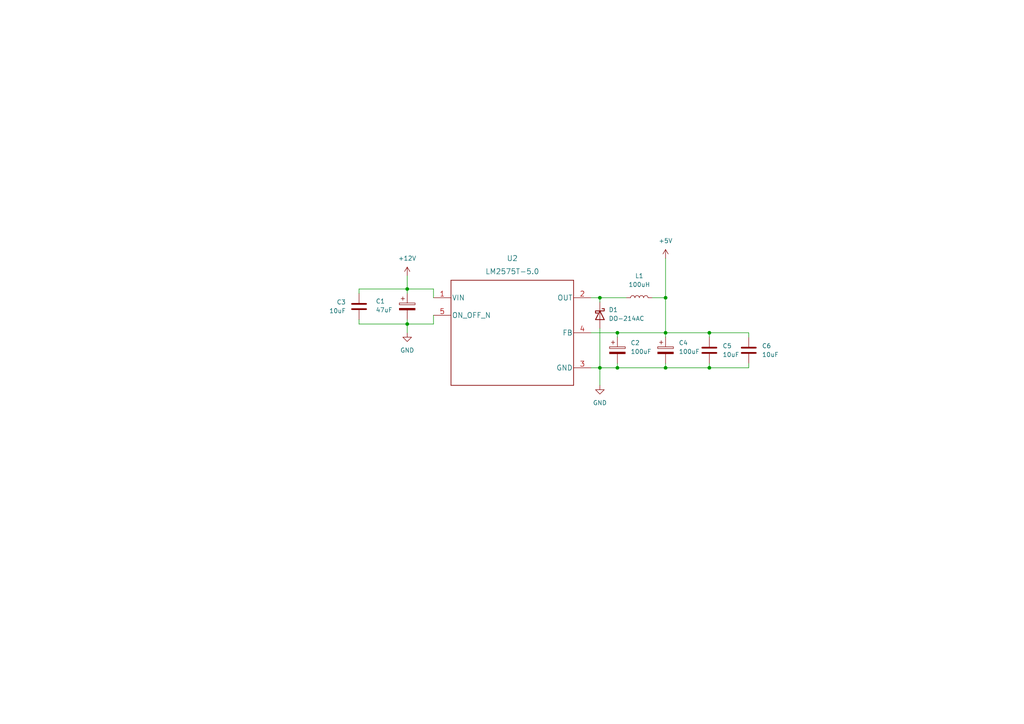
<source format=kicad_sch>
(kicad_sch (version 20211123) (generator eeschema)

  (uuid 7cf93dc8-d72d-4f4e-bf61-25ff2dac6509)

  (paper "A4")

  (title_block
    (title "Stairway to Heaven")
  )

  (lib_symbols
    (symbol "Device:C" (pin_numbers hide) (pin_names (offset 0.254)) (in_bom yes) (on_board yes)
      (property "Reference" "C" (id 0) (at 0.635 2.54 0)
        (effects (font (size 1.27 1.27)) (justify left))
      )
      (property "Value" "C" (id 1) (at 0.635 -2.54 0)
        (effects (font (size 1.27 1.27)) (justify left))
      )
      (property "Footprint" "" (id 2) (at 0.9652 -3.81 0)
        (effects (font (size 1.27 1.27)) hide)
      )
      (property "Datasheet" "~" (id 3) (at 0 0 0)
        (effects (font (size 1.27 1.27)) hide)
      )
      (property "ki_keywords" "cap capacitor" (id 4) (at 0 0 0)
        (effects (font (size 1.27 1.27)) hide)
      )
      (property "ki_description" "Unpolarized capacitor" (id 5) (at 0 0 0)
        (effects (font (size 1.27 1.27)) hide)
      )
      (property "ki_fp_filters" "C_*" (id 6) (at 0 0 0)
        (effects (font (size 1.27 1.27)) hide)
      )
      (symbol "C_0_1"
        (polyline
          (pts
            (xy -2.032 -0.762)
            (xy 2.032 -0.762)
          )
          (stroke (width 0.508) (type default) (color 0 0 0 0))
          (fill (type none))
        )
        (polyline
          (pts
            (xy -2.032 0.762)
            (xy 2.032 0.762)
          )
          (stroke (width 0.508) (type default) (color 0 0 0 0))
          (fill (type none))
        )
      )
      (symbol "C_1_1"
        (pin passive line (at 0 3.81 270) (length 2.794)
          (name "~" (effects (font (size 1.27 1.27))))
          (number "1" (effects (font (size 1.27 1.27))))
        )
        (pin passive line (at 0 -3.81 90) (length 2.794)
          (name "~" (effects (font (size 1.27 1.27))))
          (number "2" (effects (font (size 1.27 1.27))))
        )
      )
    )
    (symbol "Device:C_Polarized" (pin_numbers hide) (pin_names (offset 0.254)) (in_bom yes) (on_board yes)
      (property "Reference" "C" (id 0) (at 0.635 2.54 0)
        (effects (font (size 1.27 1.27)) (justify left))
      )
      (property "Value" "C_Polarized" (id 1) (at 0.635 -2.54 0)
        (effects (font (size 1.27 1.27)) (justify left))
      )
      (property "Footprint" "" (id 2) (at 0.9652 -3.81 0)
        (effects (font (size 1.27 1.27)) hide)
      )
      (property "Datasheet" "~" (id 3) (at 0 0 0)
        (effects (font (size 1.27 1.27)) hide)
      )
      (property "ki_keywords" "cap capacitor" (id 4) (at 0 0 0)
        (effects (font (size 1.27 1.27)) hide)
      )
      (property "ki_description" "Polarized capacitor" (id 5) (at 0 0 0)
        (effects (font (size 1.27 1.27)) hide)
      )
      (property "ki_fp_filters" "CP_*" (id 6) (at 0 0 0)
        (effects (font (size 1.27 1.27)) hide)
      )
      (symbol "C_Polarized_0_1"
        (rectangle (start -2.286 0.508) (end 2.286 1.016)
          (stroke (width 0) (type default) (color 0 0 0 0))
          (fill (type none))
        )
        (polyline
          (pts
            (xy -1.778 2.286)
            (xy -0.762 2.286)
          )
          (stroke (width 0) (type default) (color 0 0 0 0))
          (fill (type none))
        )
        (polyline
          (pts
            (xy -1.27 2.794)
            (xy -1.27 1.778)
          )
          (stroke (width 0) (type default) (color 0 0 0 0))
          (fill (type none))
        )
        (rectangle (start 2.286 -0.508) (end -2.286 -1.016)
          (stroke (width 0) (type default) (color 0 0 0 0))
          (fill (type outline))
        )
      )
      (symbol "C_Polarized_1_1"
        (pin passive line (at 0 3.81 270) (length 2.794)
          (name "~" (effects (font (size 1.27 1.27))))
          (number "1" (effects (font (size 1.27 1.27))))
        )
        (pin passive line (at 0 -3.81 90) (length 2.794)
          (name "~" (effects (font (size 1.27 1.27))))
          (number "2" (effects (font (size 1.27 1.27))))
        )
      )
    )
    (symbol "Device:L" (pin_numbers hide) (pin_names (offset 1.016) hide) (in_bom yes) (on_board yes)
      (property "Reference" "L" (id 0) (at -1.27 0 90)
        (effects (font (size 1.27 1.27)))
      )
      (property "Value" "L" (id 1) (at 1.905 0 90)
        (effects (font (size 1.27 1.27)))
      )
      (property "Footprint" "" (id 2) (at 0 0 0)
        (effects (font (size 1.27 1.27)) hide)
      )
      (property "Datasheet" "~" (id 3) (at 0 0 0)
        (effects (font (size 1.27 1.27)) hide)
      )
      (property "ki_keywords" "inductor choke coil reactor magnetic" (id 4) (at 0 0 0)
        (effects (font (size 1.27 1.27)) hide)
      )
      (property "ki_description" "Inductor" (id 5) (at 0 0 0)
        (effects (font (size 1.27 1.27)) hide)
      )
      (property "ki_fp_filters" "Choke_* *Coil* Inductor_* L_*" (id 6) (at 0 0 0)
        (effects (font (size 1.27 1.27)) hide)
      )
      (symbol "L_0_1"
        (arc (start 0 -2.54) (mid 0.635 -1.905) (end 0 -1.27)
          (stroke (width 0) (type default) (color 0 0 0 0))
          (fill (type none))
        )
        (arc (start 0 -1.27) (mid 0.635 -0.635) (end 0 0)
          (stroke (width 0) (type default) (color 0 0 0 0))
          (fill (type none))
        )
        (arc (start 0 0) (mid 0.635 0.635) (end 0 1.27)
          (stroke (width 0) (type default) (color 0 0 0 0))
          (fill (type none))
        )
        (arc (start 0 1.27) (mid 0.635 1.905) (end 0 2.54)
          (stroke (width 0) (type default) (color 0 0 0 0))
          (fill (type none))
        )
      )
      (symbol "L_1_1"
        (pin passive line (at 0 3.81 270) (length 1.27)
          (name "1" (effects (font (size 1.27 1.27))))
          (number "1" (effects (font (size 1.27 1.27))))
        )
        (pin passive line (at 0 -3.81 90) (length 1.27)
          (name "2" (effects (font (size 1.27 1.27))))
          (number "2" (effects (font (size 1.27 1.27))))
        )
      )
    )
    (symbol "Diode:1N5819" (pin_numbers hide) (pin_names (offset 1.016) hide) (in_bom yes) (on_board yes)
      (property "Reference" "D" (id 0) (at 0 2.54 0)
        (effects (font (size 1.27 1.27)))
      )
      (property "Value" "1N5819" (id 1) (at 0 -2.54 0)
        (effects (font (size 1.27 1.27)))
      )
      (property "Footprint" "Diode_THT:D_DO-41_SOD81_P10.16mm_Horizontal" (id 2) (at 0 -4.445 0)
        (effects (font (size 1.27 1.27)) hide)
      )
      (property "Datasheet" "http://www.vishay.com/docs/88525/1n5817.pdf" (id 3) (at 0 0 0)
        (effects (font (size 1.27 1.27)) hide)
      )
      (property "ki_keywords" "diode Schottky" (id 4) (at 0 0 0)
        (effects (font (size 1.27 1.27)) hide)
      )
      (property "ki_description" "40V 1A Schottky Barrier Rectifier Diode, DO-41" (id 5) (at 0 0 0)
        (effects (font (size 1.27 1.27)) hide)
      )
      (property "ki_fp_filters" "D*DO?41*" (id 6) (at 0 0 0)
        (effects (font (size 1.27 1.27)) hide)
      )
      (symbol "1N5819_0_1"
        (polyline
          (pts
            (xy 1.27 0)
            (xy -1.27 0)
          )
          (stroke (width 0) (type default) (color 0 0 0 0))
          (fill (type none))
        )
        (polyline
          (pts
            (xy 1.27 1.27)
            (xy 1.27 -1.27)
            (xy -1.27 0)
            (xy 1.27 1.27)
          )
          (stroke (width 0.254) (type default) (color 0 0 0 0))
          (fill (type none))
        )
        (polyline
          (pts
            (xy -1.905 0.635)
            (xy -1.905 1.27)
            (xy -1.27 1.27)
            (xy -1.27 -1.27)
            (xy -0.635 -1.27)
            (xy -0.635 -0.635)
          )
          (stroke (width 0.254) (type default) (color 0 0 0 0))
          (fill (type none))
        )
      )
      (symbol "1N5819_1_1"
        (pin passive line (at -3.81 0 0) (length 2.54)
          (name "K" (effects (font (size 1.27 1.27))))
          (number "1" (effects (font (size 1.27 1.27))))
        )
        (pin passive line (at 3.81 0 180) (length 2.54)
          (name "A" (effects (font (size 1.27 1.27))))
          (number "2" (effects (font (size 1.27 1.27))))
        )
      )
    )
    (symbol "LM2575T-5:LM2575T-5.0" (pin_names (offset 0.254)) (in_bom yes) (on_board yes)
      (property "Reference" "U" (id 0) (at 0 2.54 0)
        (effects (font (size 1.524 1.524)))
      )
      (property "Value" "LM2575T-5.0" (id 1) (at 0 0 0)
        (effects (font (size 1.524 1.524)))
      )
      (property "Footprint" "KC0005A" (id 2) (at 0 -1.524 0)
        (effects (font (size 1.524 1.524)) hide)
      )
      (property "Datasheet" "" (id 3) (at 0 0 0)
        (effects (font (size 1.524 1.524)))
      )
      (property "ki_locked" "" (id 4) (at 0 0 0)
        (effects (font (size 1.27 1.27)))
      )
      (property "ki_fp_filters" "KC0005A" (id 5) (at 0 0 0)
        (effects (font (size 1.27 1.27)) hide)
      )
      (symbol "LM2575T-5.0_1_1"
        (polyline
          (pts
            (xy -17.78 -15.24)
            (xy 17.78 -15.24)
          )
          (stroke (width 0.2032) (type default) (color 0 0 0 0))
          (fill (type none))
        )
        (polyline
          (pts
            (xy -17.78 15.24)
            (xy -17.78 -15.24)
          )
          (stroke (width 0.2032) (type default) (color 0 0 0 0))
          (fill (type none))
        )
        (polyline
          (pts
            (xy 17.78 -15.24)
            (xy 17.78 15.24)
          )
          (stroke (width 0.2032) (type default) (color 0 0 0 0))
          (fill (type none))
        )
        (polyline
          (pts
            (xy 17.78 15.24)
            (xy -17.78 15.24)
          )
          (stroke (width 0.2032) (type default) (color 0 0 0 0))
          (fill (type none))
        )
        (pin power_in line (at -22.86 10.16 0) (length 5.08)
          (name "VIN" (effects (font (size 1.4986 1.4986))))
          (number "1" (effects (font (size 1.4986 1.4986))))
        )
        (pin output line (at 22.86 10.16 180) (length 5.08)
          (name "OUT" (effects (font (size 1.4986 1.4986))))
          (number "2" (effects (font (size 1.4986 1.4986))))
        )
        (pin power_in line (at 22.86 -10.16 180) (length 5.08)
          (name "GND" (effects (font (size 1.4986 1.4986))))
          (number "3" (effects (font (size 1.4986 1.4986))))
        )
        (pin input line (at 22.86 0 180) (length 5.08)
          (name "FB" (effects (font (size 1.4986 1.4986))))
          (number "4" (effects (font (size 1.4986 1.4986))))
        )
        (pin input line (at -22.86 5.08 0) (length 5.08)
          (name "ON_OFF_N" (effects (font (size 1.4986 1.4986))))
          (number "5" (effects (font (size 1.4986 1.4986))))
        )
      )
    )
    (symbol "power:+12V" (power) (pin_names (offset 0)) (in_bom yes) (on_board yes)
      (property "Reference" "#PWR" (id 0) (at 0 -3.81 0)
        (effects (font (size 1.27 1.27)) hide)
      )
      (property "Value" "+12V" (id 1) (at 0 3.556 0)
        (effects (font (size 1.27 1.27)))
      )
      (property "Footprint" "" (id 2) (at 0 0 0)
        (effects (font (size 1.27 1.27)) hide)
      )
      (property "Datasheet" "" (id 3) (at 0 0 0)
        (effects (font (size 1.27 1.27)) hide)
      )
      (property "ki_keywords" "power-flag" (id 4) (at 0 0 0)
        (effects (font (size 1.27 1.27)) hide)
      )
      (property "ki_description" "Power symbol creates a global label with name \"+12V\"" (id 5) (at 0 0 0)
        (effects (font (size 1.27 1.27)) hide)
      )
      (symbol "+12V_0_1"
        (polyline
          (pts
            (xy -0.762 1.27)
            (xy 0 2.54)
          )
          (stroke (width 0) (type default) (color 0 0 0 0))
          (fill (type none))
        )
        (polyline
          (pts
            (xy 0 0)
            (xy 0 2.54)
          )
          (stroke (width 0) (type default) (color 0 0 0 0))
          (fill (type none))
        )
        (polyline
          (pts
            (xy 0 2.54)
            (xy 0.762 1.27)
          )
          (stroke (width 0) (type default) (color 0 0 0 0))
          (fill (type none))
        )
      )
      (symbol "+12V_1_1"
        (pin power_in line (at 0 0 90) (length 0) hide
          (name "+12V" (effects (font (size 1.27 1.27))))
          (number "1" (effects (font (size 1.27 1.27))))
        )
      )
    )
    (symbol "power:+5V" (power) (pin_names (offset 0)) (in_bom yes) (on_board yes)
      (property "Reference" "#PWR" (id 0) (at 0 -3.81 0)
        (effects (font (size 1.27 1.27)) hide)
      )
      (property "Value" "+5V" (id 1) (at 0 3.556 0)
        (effects (font (size 1.27 1.27)))
      )
      (property "Footprint" "" (id 2) (at 0 0 0)
        (effects (font (size 1.27 1.27)) hide)
      )
      (property "Datasheet" "" (id 3) (at 0 0 0)
        (effects (font (size 1.27 1.27)) hide)
      )
      (property "ki_keywords" "power-flag" (id 4) (at 0 0 0)
        (effects (font (size 1.27 1.27)) hide)
      )
      (property "ki_description" "Power symbol creates a global label with name \"+5V\"" (id 5) (at 0 0 0)
        (effects (font (size 1.27 1.27)) hide)
      )
      (symbol "+5V_0_1"
        (polyline
          (pts
            (xy -0.762 1.27)
            (xy 0 2.54)
          )
          (stroke (width 0) (type default) (color 0 0 0 0))
          (fill (type none))
        )
        (polyline
          (pts
            (xy 0 0)
            (xy 0 2.54)
          )
          (stroke (width 0) (type default) (color 0 0 0 0))
          (fill (type none))
        )
        (polyline
          (pts
            (xy 0 2.54)
            (xy 0.762 1.27)
          )
          (stroke (width 0) (type default) (color 0 0 0 0))
          (fill (type none))
        )
      )
      (symbol "+5V_1_1"
        (pin power_in line (at 0 0 90) (length 0) hide
          (name "+5V" (effects (font (size 1.27 1.27))))
          (number "1" (effects (font (size 1.27 1.27))))
        )
      )
    )
    (symbol "power:GND" (power) (pin_names (offset 0)) (in_bom yes) (on_board yes)
      (property "Reference" "#PWR" (id 0) (at 0 -6.35 0)
        (effects (font (size 1.27 1.27)) hide)
      )
      (property "Value" "GND" (id 1) (at 0 -3.81 0)
        (effects (font (size 1.27 1.27)))
      )
      (property "Footprint" "" (id 2) (at 0 0 0)
        (effects (font (size 1.27 1.27)) hide)
      )
      (property "Datasheet" "" (id 3) (at 0 0 0)
        (effects (font (size 1.27 1.27)) hide)
      )
      (property "ki_keywords" "power-flag" (id 4) (at 0 0 0)
        (effects (font (size 1.27 1.27)) hide)
      )
      (property "ki_description" "Power symbol creates a global label with name \"GND\" , ground" (id 5) (at 0 0 0)
        (effects (font (size 1.27 1.27)) hide)
      )
      (symbol "GND_0_1"
        (polyline
          (pts
            (xy 0 0)
            (xy 0 -1.27)
            (xy 1.27 -1.27)
            (xy 0 -2.54)
            (xy -1.27 -1.27)
            (xy 0 -1.27)
          )
          (stroke (width 0) (type default) (color 0 0 0 0))
          (fill (type none))
        )
      )
      (symbol "GND_1_1"
        (pin power_in line (at 0 0 270) (length 0) hide
          (name "GND" (effects (font (size 1.27 1.27))))
          (number "1" (effects (font (size 1.27 1.27))))
        )
      )
    )
  )


  (junction (at 205.74 106.68) (diameter 0) (color 0 0 0 0)
    (uuid 14c95e1d-240b-40a4-a538-3c00018f0dec)
  )
  (junction (at 205.74 96.52) (diameter 0) (color 0 0 0 0)
    (uuid 2ccc27f6-e1c8-4b9a-bca3-ed22d8656214)
  )
  (junction (at 118.11 83.82) (diameter 0) (color 0 0 0 0)
    (uuid 34e7016a-722a-4d73-aa00-f6db76f5b7bf)
  )
  (junction (at 193.04 96.52) (diameter 0) (color 0 0 0 0)
    (uuid 3a1f67b4-7aeb-460b-8ce3-e84a14decaea)
  )
  (junction (at 179.07 96.52) (diameter 0) (color 0 0 0 0)
    (uuid 3bb36bd8-6617-4cde-9cd8-9f660ea8b1a3)
  )
  (junction (at 193.04 106.68) (diameter 0) (color 0 0 0 0)
    (uuid 4cabc165-608d-4cd1-aba6-432c956fa56b)
  )
  (junction (at 193.04 86.36) (diameter 0) (color 0 0 0 0)
    (uuid 51107b63-d52c-4368-ac59-947f893fe5b1)
  )
  (junction (at 118.11 93.98) (diameter 0) (color 0 0 0 0)
    (uuid 56345706-a44a-4aff-b86f-01c4386e87e4)
  )
  (junction (at 173.99 106.68) (diameter 0) (color 0 0 0 0)
    (uuid 62857632-ed83-4109-80ba-39d4fbfe4731)
  )
  (junction (at 173.99 86.36) (diameter 0) (color 0 0 0 0)
    (uuid cd30a1e4-aad4-478c-b793-b5ed1be7cc70)
  )
  (junction (at 179.07 106.68) (diameter 0) (color 0 0 0 0)
    (uuid f34dc95a-09dd-4e1e-bdbe-0c80b01ad5ab)
  )

  (wire (pts (xy 118.11 80.01) (xy 118.11 83.82))
    (stroke (width 0) (type default) (color 0 0 0 0))
    (uuid 0acfb542-763e-4bb4-805c-f65bba26dc00)
  )
  (wire (pts (xy 171.45 106.68) (xy 173.99 106.68))
    (stroke (width 0) (type default) (color 0 0 0 0))
    (uuid 0e4e6a1e-4775-4583-8cf6-eefb8e767ae3)
  )
  (wire (pts (xy 193.04 74.93) (xy 193.04 86.36))
    (stroke (width 0) (type default) (color 0 0 0 0))
    (uuid 12f4da33-b711-47f5-a6f5-9651400b07c8)
  )
  (wire (pts (xy 173.99 106.68) (xy 179.07 106.68))
    (stroke (width 0) (type default) (color 0 0 0 0))
    (uuid 154d3377-6296-4aab-9aa3-3cabfc82996f)
  )
  (wire (pts (xy 125.73 93.98) (xy 118.11 93.98))
    (stroke (width 0) (type default) (color 0 0 0 0))
    (uuid 16309668-29de-4aa3-bd12-94f07f0f7d51)
  )
  (wire (pts (xy 193.04 105.41) (xy 193.04 106.68))
    (stroke (width 0) (type default) (color 0 0 0 0))
    (uuid 17d3d376-6c6d-4860-8949-260b02a7f1ff)
  )
  (wire (pts (xy 205.74 105.41) (xy 205.74 106.68))
    (stroke (width 0) (type default) (color 0 0 0 0))
    (uuid 276fea4f-11ba-4a19-af7c-773f88f4eeae)
  )
  (wire (pts (xy 104.14 83.82) (xy 118.11 83.82))
    (stroke (width 0) (type default) (color 0 0 0 0))
    (uuid 2fbf17a6-2e78-40f6-9ae2-e2e1884b32b1)
  )
  (wire (pts (xy 125.73 91.44) (xy 125.73 93.98))
    (stroke (width 0) (type default) (color 0 0 0 0))
    (uuid 32a7d797-a456-4cb8-b6a0-2fa77e8cb9a9)
  )
  (wire (pts (xy 217.17 105.41) (xy 217.17 106.68))
    (stroke (width 0) (type default) (color 0 0 0 0))
    (uuid 371cd42e-7d28-4389-9753-b811835d45ac)
  )
  (wire (pts (xy 125.73 86.36) (xy 125.73 83.82))
    (stroke (width 0) (type default) (color 0 0 0 0))
    (uuid 3d6b1fc9-0de2-495f-95e8-5d4d6295ccd1)
  )
  (wire (pts (xy 171.45 86.36) (xy 173.99 86.36))
    (stroke (width 0) (type default) (color 0 0 0 0))
    (uuid 4ba98844-8ae8-42e4-8b4a-c92365973b77)
  )
  (wire (pts (xy 104.14 93.98) (xy 118.11 93.98))
    (stroke (width 0) (type default) (color 0 0 0 0))
    (uuid 5583dae8-255c-46f4-be95-ad3d4a26b537)
  )
  (wire (pts (xy 179.07 106.68) (xy 193.04 106.68))
    (stroke (width 0) (type default) (color 0 0 0 0))
    (uuid 61552163-4761-4a1c-b2d6-fa35886f0193)
  )
  (wire (pts (xy 179.07 105.41) (xy 179.07 106.68))
    (stroke (width 0) (type default) (color 0 0 0 0))
    (uuid 641ae2ce-a09d-45ba-983b-dfc2461583c2)
  )
  (wire (pts (xy 179.07 96.52) (xy 193.04 96.52))
    (stroke (width 0) (type default) (color 0 0 0 0))
    (uuid 65c0af8a-869a-4a00-a966-a25be0dab800)
  )
  (wire (pts (xy 104.14 92.71) (xy 104.14 93.98))
    (stroke (width 0) (type default) (color 0 0 0 0))
    (uuid 744c1d52-9c6a-4f5c-8a60-d242430f0b3e)
  )
  (wire (pts (xy 217.17 96.52) (xy 205.74 96.52))
    (stroke (width 0) (type default) (color 0 0 0 0))
    (uuid 84c14198-bdb8-4218-a925-5b278632b959)
  )
  (wire (pts (xy 193.04 96.52) (xy 193.04 97.79))
    (stroke (width 0) (type default) (color 0 0 0 0))
    (uuid 89a74190-e919-45ff-a761-1d3f12aa4ccc)
  )
  (wire (pts (xy 193.04 96.52) (xy 205.74 96.52))
    (stroke (width 0) (type default) (color 0 0 0 0))
    (uuid 8f4ce6be-cf53-4cc9-b732-903ff0a748b7)
  )
  (wire (pts (xy 189.23 86.36) (xy 193.04 86.36))
    (stroke (width 0) (type default) (color 0 0 0 0))
    (uuid a02cdb38-9203-4974-b304-de1ec12361b6)
  )
  (wire (pts (xy 118.11 93.98) (xy 118.11 92.71))
    (stroke (width 0) (type default) (color 0 0 0 0))
    (uuid a9e4c24e-a06a-4aed-bbec-ac88b6c4d44a)
  )
  (wire (pts (xy 173.99 86.36) (xy 181.61 86.36))
    (stroke (width 0) (type default) (color 0 0 0 0))
    (uuid b2e6915e-f2f3-4914-a7c2-595562de2b9f)
  )
  (wire (pts (xy 173.99 106.68) (xy 173.99 111.76))
    (stroke (width 0) (type default) (color 0 0 0 0))
    (uuid b87fab92-b001-4e54-b12e-bfea74c26c73)
  )
  (wire (pts (xy 205.74 106.68) (xy 193.04 106.68))
    (stroke (width 0) (type default) (color 0 0 0 0))
    (uuid b8ab3674-95dd-4025-ae08-58b508e836b0)
  )
  (wire (pts (xy 179.07 96.52) (xy 179.07 97.79))
    (stroke (width 0) (type default) (color 0 0 0 0))
    (uuid c6e05b4d-c3d8-4f21-b651-70d7294ced6a)
  )
  (wire (pts (xy 171.45 96.52) (xy 179.07 96.52))
    (stroke (width 0) (type default) (color 0 0 0 0))
    (uuid cb88e20a-8cd3-4de2-9d2c-274abf895ffd)
  )
  (wire (pts (xy 118.11 93.98) (xy 118.11 96.52))
    (stroke (width 0) (type default) (color 0 0 0 0))
    (uuid cc144fa8-bb7c-4553-8493-c34ac75dde7d)
  )
  (wire (pts (xy 205.74 106.68) (xy 217.17 106.68))
    (stroke (width 0) (type default) (color 0 0 0 0))
    (uuid cd09ecdc-f8da-45b5-b1fc-0cdaf2f4322c)
  )
  (wire (pts (xy 193.04 86.36) (xy 193.04 96.52))
    (stroke (width 0) (type default) (color 0 0 0 0))
    (uuid e05e1fdc-09ce-4875-ac06-fb7e2abdeecd)
  )
  (wire (pts (xy 118.11 83.82) (xy 118.11 85.09))
    (stroke (width 0) (type default) (color 0 0 0 0))
    (uuid e28846d9-85f9-4be5-a997-90a25e246ecf)
  )
  (wire (pts (xy 217.17 97.79) (xy 217.17 96.52))
    (stroke (width 0) (type default) (color 0 0 0 0))
    (uuid e61ef213-f0d2-4a1d-a71c-2ec1e9c2ace2)
  )
  (wire (pts (xy 173.99 86.36) (xy 173.99 87.63))
    (stroke (width 0) (type default) (color 0 0 0 0))
    (uuid ecb37e5c-3915-4e60-abf2-d1803582b890)
  )
  (wire (pts (xy 173.99 95.25) (xy 173.99 106.68))
    (stroke (width 0) (type default) (color 0 0 0 0))
    (uuid f06d7023-e97e-47bc-b788-ee508d518939)
  )
  (wire (pts (xy 125.73 83.82) (xy 118.11 83.82))
    (stroke (width 0) (type default) (color 0 0 0 0))
    (uuid f222c654-1273-4622-91c1-233cb621d640)
  )
  (wire (pts (xy 104.14 85.09) (xy 104.14 83.82))
    (stroke (width 0) (type default) (color 0 0 0 0))
    (uuid f23cfe32-e616-4de9-b3bd-b2e33042ac57)
  )
  (wire (pts (xy 205.74 97.79) (xy 205.74 96.52))
    (stroke (width 0) (type default) (color 0 0 0 0))
    (uuid f4acca14-c7b3-4c82-ae51-188dffd845d7)
  )

  (symbol (lib_id "Device:C_Polarized") (at 118.11 88.9 0) (unit 1)
    (in_bom yes) (on_board yes)
    (uuid 21e0713d-6e7c-4f1e-bdd7-ce1b31e2fa5a)
    (property "Reference" "C1" (id 0) (at 108.966 87.376 0)
      (effects (font (size 1.27 1.27)) (justify left))
    )
    (property "Value" "47uF" (id 1) (at 108.966 89.916 0)
      (effects (font (size 1.27 1.27)) (justify left))
    )
    (property "Footprint" "Capacitor_SMD:C_Elec_6.3x5.8" (id 2) (at 119.0752 92.71 0)
      (effects (font (size 1.27 1.27)) hide)
    )
    (property "Datasheet" "~" (id 3) (at 118.11 88.9 0)
      (effects (font (size 1.27 1.27)) hide)
    )
    (pin "1" (uuid b92672b5-1850-4dca-a8ff-79d2d8e0671c))
    (pin "2" (uuid 4b469728-f50f-4ca9-964c-327273472df3))
  )

  (symbol (lib_id "power:+5V") (at 193.04 74.93 0) (unit 1)
    (in_bom yes) (on_board yes) (fields_autoplaced)
    (uuid 2a4e254b-7c0c-4673-a8aa-40c6e531188f)
    (property "Reference" "#PWR0161" (id 0) (at 193.04 78.74 0)
      (effects (font (size 1.27 1.27)) hide)
    )
    (property "Value" "+5V" (id 1) (at 193.04 69.85 0))
    (property "Footprint" "" (id 2) (at 193.04 74.93 0)
      (effects (font (size 1.27 1.27)) hide)
    )
    (property "Datasheet" "" (id 3) (at 193.04 74.93 0)
      (effects (font (size 1.27 1.27)) hide)
    )
    (pin "1" (uuid b70186e2-7747-498f-bd56-8305af942c35))
  )

  (symbol (lib_id "power:GND") (at 173.99 111.76 0) (unit 1)
    (in_bom yes) (on_board yes) (fields_autoplaced)
    (uuid 2dbbf750-c1db-47bf-9f50-fe0096e42311)
    (property "Reference" "#PWR0159" (id 0) (at 173.99 118.11 0)
      (effects (font (size 1.27 1.27)) hide)
    )
    (property "Value" "GND" (id 1) (at 173.99 116.84 0))
    (property "Footprint" "" (id 2) (at 173.99 111.76 0)
      (effects (font (size 1.27 1.27)) hide)
    )
    (property "Datasheet" "" (id 3) (at 173.99 111.76 0)
      (effects (font (size 1.27 1.27)) hide)
    )
    (pin "1" (uuid fdd9cf28-a2d0-4e26-836a-e53833446548))
  )

  (symbol (lib_id "Device:C") (at 205.74 101.6 0) (unit 1)
    (in_bom yes) (on_board yes) (fields_autoplaced)
    (uuid 46d30163-ebe9-441d-bf1a-0c3449f742ea)
    (property "Reference" "C5" (id 0) (at 209.55 100.3299 0)
      (effects (font (size 1.27 1.27)) (justify left))
    )
    (property "Value" "10uF" (id 1) (at 209.55 102.8699 0)
      (effects (font (size 1.27 1.27)) (justify left))
    )
    (property "Footprint" "Capacitor_SMD:C_1206_3216Metric" (id 2) (at 206.7052 105.41 0)
      (effects (font (size 1.27 1.27)) hide)
    )
    (property "Datasheet" "~" (id 3) (at 205.74 101.6 0)
      (effects (font (size 1.27 1.27)) hide)
    )
    (pin "1" (uuid 884ce751-a011-4620-8e27-5f2f2631b778))
    (pin "2" (uuid fd433ca2-6159-43eb-a4ac-91a2d02724c3))
  )

  (symbol (lib_id "Device:C") (at 104.14 88.9 0) (mirror x) (unit 1)
    (in_bom yes) (on_board yes) (fields_autoplaced)
    (uuid 47a8ca9a-fd3e-4d48-aa03-e88f1baf8061)
    (property "Reference" "C3" (id 0) (at 100.33 87.6299 0)
      (effects (font (size 1.27 1.27)) (justify right))
    )
    (property "Value" "10uF" (id 1) (at 100.33 90.1699 0)
      (effects (font (size 1.27 1.27)) (justify right))
    )
    (property "Footprint" "Capacitor_SMD:C_1206_3216Metric" (id 2) (at 105.1052 85.09 0)
      (effects (font (size 1.27 1.27)) hide)
    )
    (property "Datasheet" "~" (id 3) (at 104.14 88.9 0)
      (effects (font (size 1.27 1.27)) hide)
    )
    (pin "1" (uuid 1e6ed99f-bcce-4ccb-a172-f55b368486f9))
    (pin "2" (uuid 03fcb78f-25c3-4f56-8d43-c18333588228))
  )

  (symbol (lib_id "Device:C") (at 217.17 101.6 0) (unit 1)
    (in_bom yes) (on_board yes) (fields_autoplaced)
    (uuid 5094167c-6b7e-4801-9d79-dacbf744ca58)
    (property "Reference" "C6" (id 0) (at 220.98 100.3299 0)
      (effects (font (size 1.27 1.27)) (justify left))
    )
    (property "Value" "10uF" (id 1) (at 220.98 102.8699 0)
      (effects (font (size 1.27 1.27)) (justify left))
    )
    (property "Footprint" "Capacitor_SMD:C_1206_3216Metric" (id 2) (at 218.1352 105.41 0)
      (effects (font (size 1.27 1.27)) hide)
    )
    (property "Datasheet" "~" (id 3) (at 217.17 101.6 0)
      (effects (font (size 1.27 1.27)) hide)
    )
    (pin "1" (uuid 73ce4310-cf43-4b34-8968-d8ad5a5a4eff))
    (pin "2" (uuid 6ed6a843-73cd-420f-a28e-de5cb2e95fab))
  )

  (symbol (lib_id "Device:L") (at 185.42 86.36 90) (unit 1)
    (in_bom yes) (on_board yes) (fields_autoplaced)
    (uuid 975b62c4-8cdb-45c2-8dea-3070ff20cf21)
    (property "Reference" "L1" (id 0) (at 185.42 80.01 90))
    (property "Value" "100uH" (id 1) (at 185.42 82.55 90))
    (property "Footprint" "Inductor_SMD:L_10.4x10.4_H4.8" (id 2) (at 185.42 86.36 0)
      (effects (font (size 1.27 1.27)) hide)
    )
    (property "Datasheet" "~" (id 3) (at 185.42 86.36 0)
      (effects (font (size 1.27 1.27)) hide)
    )
    (pin "1" (uuid 4471df35-bc6e-42a6-9513-e30fd164712d))
    (pin "2" (uuid 9c29d4b1-c4fc-4b12-9673-0ba0128fcc82))
  )

  (symbol (lib_id "Diode:1N5819") (at 173.99 91.44 270) (unit 1)
    (in_bom yes) (on_board yes) (fields_autoplaced)
    (uuid a5bc8825-a19e-48e0-b5c8-d712b25abbd3)
    (property "Reference" "D1" (id 0) (at 176.53 89.8524 90)
      (effects (font (size 1.27 1.27)) (justify left))
    )
    (property "Value" "DO-214AC" (id 1) (at 176.53 92.3924 90)
      (effects (font (size 1.27 1.27)) (justify left))
    )
    (property "Footprint" "Diode_SMD:D_SMA" (id 2) (at 169.545 91.44 0)
      (effects (font (size 1.27 1.27)) hide)
    )
    (property "Datasheet" "" (id 3) (at 173.99 91.44 0)
      (effects (font (size 1.27 1.27)) hide)
    )
    (pin "1" (uuid 27481d11-a7e3-4349-9fe6-56ce33b4a000))
    (pin "2" (uuid f39a473e-6b25-4f2e-af7d-5bb7fe1ccff3))
  )

  (symbol (lib_id "power:GND") (at 118.11 96.52 0) (unit 1)
    (in_bom yes) (on_board yes) (fields_autoplaced)
    (uuid c0053588-042a-47dc-a931-96eae35313ea)
    (property "Reference" "#PWR0160" (id 0) (at 118.11 102.87 0)
      (effects (font (size 1.27 1.27)) hide)
    )
    (property "Value" "GND" (id 1) (at 118.11 101.6 0))
    (property "Footprint" "" (id 2) (at 118.11 96.52 0)
      (effects (font (size 1.27 1.27)) hide)
    )
    (property "Datasheet" "" (id 3) (at 118.11 96.52 0)
      (effects (font (size 1.27 1.27)) hide)
    )
    (pin "1" (uuid 143b1df1-507b-41b7-a4c7-2e7909d5d803))
  )

  (symbol (lib_id "Device:C_Polarized") (at 193.04 101.6 0) (unit 1)
    (in_bom yes) (on_board yes) (fields_autoplaced)
    (uuid ca10adf8-e48b-4d4d-9a92-9612ea418ebb)
    (property "Reference" "C4" (id 0) (at 196.85 99.4409 0)
      (effects (font (size 1.27 1.27)) (justify left))
    )
    (property "Value" "100uF" (id 1) (at 196.85 101.9809 0)
      (effects (font (size 1.27 1.27)) (justify left))
    )
    (property "Footprint" "Capacitor_SMD:C_Elec_8x6.2" (id 2) (at 194.0052 105.41 0)
      (effects (font (size 1.27 1.27)) hide)
    )
    (property "Datasheet" "~" (id 3) (at 193.04 101.6 0)
      (effects (font (size 1.27 1.27)) hide)
    )
    (pin "1" (uuid 07a69e4a-869b-484f-aaaa-50e614867267))
    (pin "2" (uuid 87bf3565-0e58-4492-afc2-abf6c2640264))
  )

  (symbol (lib_id "power:+12V") (at 118.11 80.01 0) (unit 1)
    (in_bom yes) (on_board yes) (fields_autoplaced)
    (uuid cc4739ec-56e7-481e-835f-453044369200)
    (property "Reference" "#PWR0162" (id 0) (at 118.11 83.82 0)
      (effects (font (size 1.27 1.27)) hide)
    )
    (property "Value" "+12V" (id 1) (at 118.11 74.93 0))
    (property "Footprint" "" (id 2) (at 118.11 80.01 0)
      (effects (font (size 1.27 1.27)) hide)
    )
    (property "Datasheet" "" (id 3) (at 118.11 80.01 0)
      (effects (font (size 1.27 1.27)) hide)
    )
    (pin "1" (uuid 39fa3379-4628-4803-920a-f5d4a73751f1))
  )

  (symbol (lib_id "Device:C_Polarized") (at 179.07 101.6 0) (unit 1)
    (in_bom yes) (on_board yes) (fields_autoplaced)
    (uuid d3ee5e22-3226-4c44-8f80-fd50ea4805fb)
    (property "Reference" "C2" (id 0) (at 182.88 99.4409 0)
      (effects (font (size 1.27 1.27)) (justify left))
    )
    (property "Value" "100uF" (id 1) (at 182.88 101.9809 0)
      (effects (font (size 1.27 1.27)) (justify left))
    )
    (property "Footprint" "Capacitor_SMD:C_Elec_8x6.2" (id 2) (at 180.0352 105.41 0)
      (effects (font (size 1.27 1.27)) hide)
    )
    (property "Datasheet" "~" (id 3) (at 179.07 101.6 0)
      (effects (font (size 1.27 1.27)) hide)
    )
    (pin "1" (uuid 9311b308-8015-47dc-af00-ca43cb418a95))
    (pin "2" (uuid 2efc3b09-c511-4b56-8f81-340a57fcb468))
  )

  (symbol (lib_id "LM2575T-5:LM2575T-5.0") (at 148.59 96.52 0) (unit 1)
    (in_bom yes) (on_board yes) (fields_autoplaced)
    (uuid e1e48912-b703-4c2a-a362-9c02ff10e8a1)
    (property "Reference" "U2" (id 0) (at 148.59 74.93 0)
      (effects (font (size 1.524 1.524)))
    )
    (property "Value" "LM2575T-5.0" (id 1) (at 148.59 78.74 0)
      (effects (font (size 1.524 1.524)))
    )
    (property "Footprint" "LM2575T-5:LM2575T-5.0" (id 2) (at 148.59 98.044 0)
      (effects (font (size 1.524 1.524)) hide)
    )
    (property "Datasheet" "" (id 3) (at 148.59 96.52 0)
      (effects (font (size 1.524 1.524)))
    )
    (pin "1" (uuid 14b5cbc0-3163-48f5-a0c3-26574fcf2dfc))
    (pin "2" (uuid 56409daf-7572-4d19-82f9-14aac7cf64cd))
    (pin "3" (uuid 4755d86c-610f-429a-8612-afc94f61411d))
    (pin "4" (uuid a332456f-a0d8-45e2-8374-54e6de1c21f7))
    (pin "5" (uuid e8bbe9db-7372-4ad6-958a-6d586a2e6359))
  )
)

</source>
